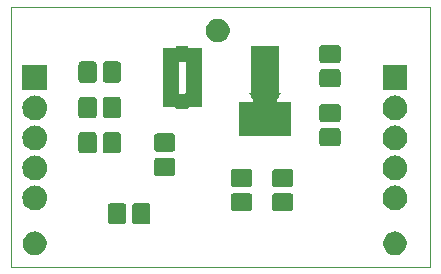
<source format=gbr>
G04 #@! TF.GenerationSoftware,KiCad,Pcbnew,(5.0.1)-3*
G04 #@! TF.CreationDate,2018-11-23T05:02:51-03:00*
G04 #@! TF.ProjectId,MMA7361,4D4D41373336312E6B696361645F7063,1.1*
G04 #@! TF.SameCoordinates,PX6f94740PY4c4b400*
G04 #@! TF.FileFunction,Soldermask,Top*
G04 #@! TF.FilePolarity,Negative*
%FSLAX46Y46*%
G04 Gerber Fmt 4.6, Leading zero omitted, Abs format (unit mm)*
G04 Created by KiCad (PCBNEW (5.0.1)-3) date 23/11/2018 05:02:51*
%MOMM*%
%LPD*%
G01*
G04 APERTURE LIST*
%ADD10C,0.100000*%
G04 APERTURE END LIST*
D10*
X35500000Y0D02*
X0Y0D01*
X35500000Y-22000000D02*
X35500000Y0D01*
X0Y-22000000D02*
X35500000Y-22000000D01*
X0Y0D02*
X0Y-22000000D01*
G36*
X32675770Y-19015372D02*
X32791689Y-19038429D01*
X32973678Y-19113811D01*
X33137463Y-19223249D01*
X33276751Y-19362537D01*
X33386189Y-19526322D01*
X33461571Y-19708311D01*
X33500000Y-19901509D01*
X33500000Y-20098491D01*
X33461571Y-20291689D01*
X33386189Y-20473678D01*
X33276751Y-20637463D01*
X33137463Y-20776751D01*
X32973678Y-20886189D01*
X32791689Y-20961571D01*
X32675770Y-20984628D01*
X32598493Y-21000000D01*
X32401507Y-21000000D01*
X32324230Y-20984628D01*
X32208311Y-20961571D01*
X32026322Y-20886189D01*
X31862537Y-20776751D01*
X31723249Y-20637463D01*
X31613811Y-20473678D01*
X31538429Y-20291689D01*
X31500000Y-20098491D01*
X31500000Y-19901509D01*
X31538429Y-19708311D01*
X31613811Y-19526322D01*
X31723249Y-19362537D01*
X31862537Y-19223249D01*
X32026322Y-19113811D01*
X32208311Y-19038429D01*
X32324230Y-19015372D01*
X32401507Y-19000000D01*
X32598493Y-19000000D01*
X32675770Y-19015372D01*
X32675770Y-19015372D01*
G37*
G36*
X2175770Y-19015372D02*
X2291689Y-19038429D01*
X2473678Y-19113811D01*
X2637463Y-19223249D01*
X2776751Y-19362537D01*
X2886189Y-19526322D01*
X2961571Y-19708311D01*
X3000000Y-19901509D01*
X3000000Y-20098491D01*
X2961571Y-20291689D01*
X2886189Y-20473678D01*
X2776751Y-20637463D01*
X2637463Y-20776751D01*
X2473678Y-20886189D01*
X2291689Y-20961571D01*
X2175770Y-20984628D01*
X2098493Y-21000000D01*
X1901507Y-21000000D01*
X1824230Y-20984628D01*
X1708311Y-20961571D01*
X1526322Y-20886189D01*
X1362537Y-20776751D01*
X1223249Y-20637463D01*
X1113811Y-20473678D01*
X1038429Y-20291689D01*
X1000000Y-20098491D01*
X1000000Y-19901509D01*
X1038429Y-19708311D01*
X1113811Y-19526322D01*
X1223249Y-19362537D01*
X1362537Y-19223249D01*
X1526322Y-19113811D01*
X1708311Y-19038429D01*
X1824230Y-19015372D01*
X1901507Y-19000000D01*
X2098493Y-19000000D01*
X2175770Y-19015372D01*
X2175770Y-19015372D01*
G37*
G36*
X9535530Y-16605710D02*
X9585379Y-16620831D01*
X9631311Y-16645382D01*
X9671574Y-16678426D01*
X9704618Y-16718689D01*
X9729169Y-16764621D01*
X9744290Y-16814470D01*
X9750000Y-16872444D01*
X9750000Y-18127556D01*
X9744290Y-18185530D01*
X9729169Y-18235379D01*
X9704618Y-18281311D01*
X9671574Y-18321574D01*
X9631311Y-18354618D01*
X9585379Y-18379169D01*
X9535530Y-18394290D01*
X9477556Y-18400000D01*
X8472444Y-18400000D01*
X8414470Y-18394290D01*
X8364621Y-18379169D01*
X8318689Y-18354618D01*
X8278426Y-18321574D01*
X8245382Y-18281311D01*
X8220831Y-18235379D01*
X8205710Y-18185530D01*
X8200000Y-18127556D01*
X8200000Y-16872444D01*
X8205710Y-16814470D01*
X8220831Y-16764621D01*
X8245382Y-16718689D01*
X8278426Y-16678426D01*
X8318689Y-16645382D01*
X8364621Y-16620831D01*
X8414470Y-16605710D01*
X8472444Y-16600000D01*
X9477556Y-16600000D01*
X9535530Y-16605710D01*
X9535530Y-16605710D01*
G37*
G36*
X11585530Y-16605710D02*
X11635379Y-16620831D01*
X11681311Y-16645382D01*
X11721574Y-16678426D01*
X11754618Y-16718689D01*
X11779169Y-16764621D01*
X11794290Y-16814470D01*
X11800000Y-16872444D01*
X11800000Y-18127556D01*
X11794290Y-18185530D01*
X11779169Y-18235379D01*
X11754618Y-18281311D01*
X11721574Y-18321574D01*
X11681311Y-18354618D01*
X11635379Y-18379169D01*
X11585530Y-18394290D01*
X11527556Y-18400000D01*
X10522444Y-18400000D01*
X10464470Y-18394290D01*
X10414621Y-18379169D01*
X10368689Y-18354618D01*
X10328426Y-18321574D01*
X10295382Y-18281311D01*
X10270831Y-18235379D01*
X10255710Y-18185530D01*
X10250000Y-18127556D01*
X10250000Y-16872444D01*
X10255710Y-16814470D01*
X10270831Y-16764621D01*
X10295382Y-16718689D01*
X10328426Y-16678426D01*
X10368689Y-16645382D01*
X10414621Y-16620831D01*
X10464470Y-16605710D01*
X10522444Y-16600000D01*
X11527556Y-16600000D01*
X11585530Y-16605710D01*
X11585530Y-16605710D01*
G37*
G36*
X23685530Y-15755710D02*
X23735379Y-15770831D01*
X23781311Y-15795382D01*
X23821574Y-15828426D01*
X23854618Y-15868689D01*
X23879169Y-15914621D01*
X23894290Y-15964470D01*
X23900000Y-16022444D01*
X23900000Y-17027556D01*
X23894290Y-17085530D01*
X23879169Y-17135379D01*
X23854618Y-17181311D01*
X23821574Y-17221574D01*
X23781311Y-17254618D01*
X23735379Y-17279169D01*
X23685530Y-17294290D01*
X23627556Y-17300000D01*
X22372444Y-17300000D01*
X22314470Y-17294290D01*
X22264621Y-17279169D01*
X22218689Y-17254618D01*
X22178426Y-17221574D01*
X22145382Y-17181311D01*
X22120831Y-17135379D01*
X22105710Y-17085530D01*
X22100000Y-17027556D01*
X22100000Y-16022444D01*
X22105710Y-15964470D01*
X22120831Y-15914621D01*
X22145382Y-15868689D01*
X22178426Y-15828426D01*
X22218689Y-15795382D01*
X22264621Y-15770831D01*
X22314470Y-15755710D01*
X22372444Y-15750000D01*
X23627556Y-15750000D01*
X23685530Y-15755710D01*
X23685530Y-15755710D01*
G37*
G36*
X20185530Y-15755710D02*
X20235379Y-15770831D01*
X20281311Y-15795382D01*
X20321574Y-15828426D01*
X20354618Y-15868689D01*
X20379169Y-15914621D01*
X20394290Y-15964470D01*
X20400000Y-16022444D01*
X20400000Y-17027556D01*
X20394290Y-17085530D01*
X20379169Y-17135379D01*
X20354618Y-17181311D01*
X20321574Y-17221574D01*
X20281311Y-17254618D01*
X20235379Y-17279169D01*
X20185530Y-17294290D01*
X20127556Y-17300000D01*
X18872444Y-17300000D01*
X18814470Y-17294290D01*
X18764621Y-17279169D01*
X18718689Y-17254618D01*
X18678426Y-17221574D01*
X18645382Y-17181311D01*
X18620831Y-17135379D01*
X18605710Y-17085530D01*
X18600000Y-17027556D01*
X18600000Y-16022444D01*
X18605710Y-15964470D01*
X18620831Y-15914621D01*
X18645382Y-15868689D01*
X18678426Y-15828426D01*
X18718689Y-15795382D01*
X18764621Y-15770831D01*
X18814470Y-15755710D01*
X18872444Y-15750000D01*
X20127556Y-15750000D01*
X20185530Y-15755710D01*
X20185530Y-15755710D01*
G37*
G36*
X32628707Y-15117597D02*
X32705836Y-15125193D01*
X32837787Y-15165220D01*
X32903763Y-15185233D01*
X33086172Y-15282733D01*
X33246054Y-15413946D01*
X33377267Y-15573828D01*
X33474767Y-15756237D01*
X33474767Y-15756238D01*
X33534807Y-15954164D01*
X33555080Y-16160000D01*
X33534807Y-16365836D01*
X33494780Y-16497787D01*
X33474767Y-16563763D01*
X33377267Y-16746172D01*
X33246054Y-16906054D01*
X33086172Y-17037267D01*
X32903763Y-17134767D01*
X32852731Y-17150247D01*
X32705836Y-17194807D01*
X32639830Y-17201308D01*
X32551580Y-17210000D01*
X32448420Y-17210000D01*
X32360170Y-17201308D01*
X32294164Y-17194807D01*
X32147269Y-17150247D01*
X32096237Y-17134767D01*
X31913828Y-17037267D01*
X31753946Y-16906054D01*
X31622733Y-16746172D01*
X31525233Y-16563763D01*
X31505220Y-16497787D01*
X31465193Y-16365836D01*
X31444920Y-16160000D01*
X31465193Y-15954164D01*
X31525233Y-15756238D01*
X31525233Y-15756237D01*
X31622733Y-15573828D01*
X31753946Y-15413946D01*
X31913828Y-15282733D01*
X32096237Y-15185233D01*
X32162213Y-15165220D01*
X32294164Y-15125193D01*
X32371293Y-15117597D01*
X32448420Y-15110000D01*
X32551580Y-15110000D01*
X32628707Y-15117597D01*
X32628707Y-15117597D01*
G37*
G36*
X2128707Y-15117597D02*
X2205836Y-15125193D01*
X2337787Y-15165220D01*
X2403763Y-15185233D01*
X2586172Y-15282733D01*
X2746054Y-15413946D01*
X2877267Y-15573828D01*
X2974767Y-15756237D01*
X2974767Y-15756238D01*
X3034807Y-15954164D01*
X3055080Y-16160000D01*
X3034807Y-16365836D01*
X2994780Y-16497787D01*
X2974767Y-16563763D01*
X2877267Y-16746172D01*
X2746054Y-16906054D01*
X2586172Y-17037267D01*
X2403763Y-17134767D01*
X2352731Y-17150247D01*
X2205836Y-17194807D01*
X2139830Y-17201308D01*
X2051580Y-17210000D01*
X1948420Y-17210000D01*
X1860170Y-17201308D01*
X1794164Y-17194807D01*
X1647269Y-17150247D01*
X1596237Y-17134767D01*
X1413828Y-17037267D01*
X1253946Y-16906054D01*
X1122733Y-16746172D01*
X1025233Y-16563763D01*
X1005220Y-16497787D01*
X965193Y-16365836D01*
X944920Y-16160000D01*
X965193Y-15954164D01*
X1025233Y-15756238D01*
X1025233Y-15756237D01*
X1122733Y-15573828D01*
X1253946Y-15413946D01*
X1413828Y-15282733D01*
X1596237Y-15185233D01*
X1662213Y-15165220D01*
X1794164Y-15125193D01*
X1871293Y-15117597D01*
X1948420Y-15110000D01*
X2051580Y-15110000D01*
X2128707Y-15117597D01*
X2128707Y-15117597D01*
G37*
G36*
X20185530Y-13705710D02*
X20235379Y-13720831D01*
X20281311Y-13745382D01*
X20321574Y-13778426D01*
X20354618Y-13818689D01*
X20379169Y-13864621D01*
X20394290Y-13914470D01*
X20400000Y-13972444D01*
X20400000Y-14977556D01*
X20394290Y-15035530D01*
X20379169Y-15085379D01*
X20354618Y-15131311D01*
X20321574Y-15171574D01*
X20281311Y-15204618D01*
X20235379Y-15229169D01*
X20185530Y-15244290D01*
X20127556Y-15250000D01*
X18872444Y-15250000D01*
X18814470Y-15244290D01*
X18764621Y-15229169D01*
X18718689Y-15204618D01*
X18678426Y-15171574D01*
X18645382Y-15131311D01*
X18620831Y-15085379D01*
X18605710Y-15035530D01*
X18600000Y-14977556D01*
X18600000Y-13972444D01*
X18605710Y-13914470D01*
X18620831Y-13864621D01*
X18645382Y-13818689D01*
X18678426Y-13778426D01*
X18718689Y-13745382D01*
X18764621Y-13720831D01*
X18814470Y-13705710D01*
X18872444Y-13700000D01*
X20127556Y-13700000D01*
X20185530Y-13705710D01*
X20185530Y-13705710D01*
G37*
G36*
X23685530Y-13705710D02*
X23735379Y-13720831D01*
X23781311Y-13745382D01*
X23821574Y-13778426D01*
X23854618Y-13818689D01*
X23879169Y-13864621D01*
X23894290Y-13914470D01*
X23900000Y-13972444D01*
X23900000Y-14977556D01*
X23894290Y-15035530D01*
X23879169Y-15085379D01*
X23854618Y-15131311D01*
X23821574Y-15171574D01*
X23781311Y-15204618D01*
X23735379Y-15229169D01*
X23685530Y-15244290D01*
X23627556Y-15250000D01*
X22372444Y-15250000D01*
X22314470Y-15244290D01*
X22264621Y-15229169D01*
X22218689Y-15204618D01*
X22178426Y-15171574D01*
X22145382Y-15131311D01*
X22120831Y-15085379D01*
X22105710Y-15035530D01*
X22100000Y-14977556D01*
X22100000Y-13972444D01*
X22105710Y-13914470D01*
X22120831Y-13864621D01*
X22145382Y-13818689D01*
X22178426Y-13778426D01*
X22218689Y-13745382D01*
X22264621Y-13720831D01*
X22314470Y-13705710D01*
X22372444Y-13700000D01*
X23627556Y-13700000D01*
X23685530Y-13705710D01*
X23685530Y-13705710D01*
G37*
G36*
X32628707Y-12577596D02*
X32705836Y-12585193D01*
X32837787Y-12625220D01*
X32903763Y-12645233D01*
X33086172Y-12742733D01*
X33246054Y-12873946D01*
X33377267Y-13033828D01*
X33474767Y-13216237D01*
X33474767Y-13216238D01*
X33534807Y-13414164D01*
X33555080Y-13620000D01*
X33534807Y-13825836D01*
X33509880Y-13908009D01*
X33474767Y-14023763D01*
X33377267Y-14206172D01*
X33246054Y-14366054D01*
X33086172Y-14497267D01*
X32903763Y-14594767D01*
X32837787Y-14614780D01*
X32705836Y-14654807D01*
X32628707Y-14662404D01*
X32551580Y-14670000D01*
X32448420Y-14670000D01*
X32371293Y-14662403D01*
X32294164Y-14654807D01*
X32162213Y-14614780D01*
X32096237Y-14594767D01*
X31913828Y-14497267D01*
X31753946Y-14366054D01*
X31622733Y-14206172D01*
X31525233Y-14023763D01*
X31490120Y-13908009D01*
X31465193Y-13825836D01*
X31444920Y-13620000D01*
X31465193Y-13414164D01*
X31525233Y-13216238D01*
X31525233Y-13216237D01*
X31622733Y-13033828D01*
X31753946Y-12873946D01*
X31913828Y-12742733D01*
X32096237Y-12645233D01*
X32162213Y-12625220D01*
X32294164Y-12585193D01*
X32371293Y-12577597D01*
X32448420Y-12570000D01*
X32551580Y-12570000D01*
X32628707Y-12577596D01*
X32628707Y-12577596D01*
G37*
G36*
X2128707Y-12577596D02*
X2205836Y-12585193D01*
X2337787Y-12625220D01*
X2403763Y-12645233D01*
X2586172Y-12742733D01*
X2746054Y-12873946D01*
X2877267Y-13033828D01*
X2974767Y-13216237D01*
X2974767Y-13216238D01*
X3034807Y-13414164D01*
X3055080Y-13620000D01*
X3034807Y-13825836D01*
X3009880Y-13908009D01*
X2974767Y-14023763D01*
X2877267Y-14206172D01*
X2746054Y-14366054D01*
X2586172Y-14497267D01*
X2403763Y-14594767D01*
X2337787Y-14614780D01*
X2205836Y-14654807D01*
X2128707Y-14662404D01*
X2051580Y-14670000D01*
X1948420Y-14670000D01*
X1871293Y-14662403D01*
X1794164Y-14654807D01*
X1662213Y-14614780D01*
X1596237Y-14594767D01*
X1413828Y-14497267D01*
X1253946Y-14366054D01*
X1122733Y-14206172D01*
X1025233Y-14023763D01*
X990120Y-13908009D01*
X965193Y-13825836D01*
X944920Y-13620000D01*
X965193Y-13414164D01*
X1025233Y-13216238D01*
X1025233Y-13216237D01*
X1122733Y-13033828D01*
X1253946Y-12873946D01*
X1413828Y-12742733D01*
X1596237Y-12645233D01*
X1662213Y-12625220D01*
X1794164Y-12585193D01*
X1871293Y-12577596D01*
X1948420Y-12570000D01*
X2051580Y-12570000D01*
X2128707Y-12577596D01*
X2128707Y-12577596D01*
G37*
G36*
X13685530Y-12755710D02*
X13735379Y-12770831D01*
X13781311Y-12795382D01*
X13821574Y-12828426D01*
X13854618Y-12868689D01*
X13879169Y-12914621D01*
X13894290Y-12964470D01*
X13900000Y-13022444D01*
X13900000Y-14027556D01*
X13894290Y-14085530D01*
X13879169Y-14135379D01*
X13854618Y-14181311D01*
X13821574Y-14221574D01*
X13781311Y-14254618D01*
X13735379Y-14279169D01*
X13685530Y-14294290D01*
X13627556Y-14300000D01*
X12372444Y-14300000D01*
X12314470Y-14294290D01*
X12264621Y-14279169D01*
X12218689Y-14254618D01*
X12178426Y-14221574D01*
X12145382Y-14181311D01*
X12120831Y-14135379D01*
X12105710Y-14085530D01*
X12100000Y-14027556D01*
X12100000Y-13022444D01*
X12105710Y-12964470D01*
X12120831Y-12914621D01*
X12145382Y-12868689D01*
X12178426Y-12828426D01*
X12218689Y-12795382D01*
X12264621Y-12770831D01*
X12314470Y-12755710D01*
X12372444Y-12750000D01*
X13627556Y-12750000D01*
X13685530Y-12755710D01*
X13685530Y-12755710D01*
G37*
G36*
X7035530Y-10605710D02*
X7085379Y-10620831D01*
X7131311Y-10645382D01*
X7171574Y-10678426D01*
X7204618Y-10718689D01*
X7229169Y-10764621D01*
X7244290Y-10814470D01*
X7250000Y-10872444D01*
X7250000Y-12127556D01*
X7244290Y-12185530D01*
X7229169Y-12235379D01*
X7204618Y-12281311D01*
X7171574Y-12321574D01*
X7131311Y-12354618D01*
X7085379Y-12379169D01*
X7035530Y-12394290D01*
X6977556Y-12400000D01*
X5972444Y-12400000D01*
X5914470Y-12394290D01*
X5864621Y-12379169D01*
X5818689Y-12354618D01*
X5778426Y-12321574D01*
X5745382Y-12281311D01*
X5720831Y-12235379D01*
X5705710Y-12185530D01*
X5700000Y-12127556D01*
X5700000Y-10872444D01*
X5705710Y-10814470D01*
X5720831Y-10764621D01*
X5745382Y-10718689D01*
X5778426Y-10678426D01*
X5818689Y-10645382D01*
X5864621Y-10620831D01*
X5914470Y-10605710D01*
X5972444Y-10600000D01*
X6977556Y-10600000D01*
X7035530Y-10605710D01*
X7035530Y-10605710D01*
G37*
G36*
X9085530Y-10605710D02*
X9135379Y-10620831D01*
X9181311Y-10645382D01*
X9221574Y-10678426D01*
X9254618Y-10718689D01*
X9279169Y-10764621D01*
X9294290Y-10814470D01*
X9300000Y-10872444D01*
X9300000Y-12127556D01*
X9294290Y-12185530D01*
X9279169Y-12235379D01*
X9254618Y-12281311D01*
X9221574Y-12321574D01*
X9181311Y-12354618D01*
X9135379Y-12379169D01*
X9085530Y-12394290D01*
X9027556Y-12400000D01*
X8022444Y-12400000D01*
X7964470Y-12394290D01*
X7914621Y-12379169D01*
X7868689Y-12354618D01*
X7828426Y-12321574D01*
X7795382Y-12281311D01*
X7770831Y-12235379D01*
X7755710Y-12185530D01*
X7750000Y-12127556D01*
X7750000Y-10872444D01*
X7755710Y-10814470D01*
X7770831Y-10764621D01*
X7795382Y-10718689D01*
X7828426Y-10678426D01*
X7868689Y-10645382D01*
X7914621Y-10620831D01*
X7964470Y-10605710D01*
X8022444Y-10600000D01*
X9027556Y-10600000D01*
X9085530Y-10605710D01*
X9085530Y-10605710D01*
G37*
G36*
X13685530Y-10705710D02*
X13735379Y-10720831D01*
X13781311Y-10745382D01*
X13821574Y-10778426D01*
X13854618Y-10818689D01*
X13879169Y-10864621D01*
X13894290Y-10914470D01*
X13900000Y-10972444D01*
X13900000Y-11977556D01*
X13894290Y-12035530D01*
X13879169Y-12085379D01*
X13854618Y-12131311D01*
X13821574Y-12171574D01*
X13781311Y-12204618D01*
X13735379Y-12229169D01*
X13685530Y-12244290D01*
X13627556Y-12250000D01*
X12372444Y-12250000D01*
X12314470Y-12244290D01*
X12264621Y-12229169D01*
X12218689Y-12204618D01*
X12178426Y-12171574D01*
X12145382Y-12131311D01*
X12120831Y-12085379D01*
X12105710Y-12035530D01*
X12100000Y-11977556D01*
X12100000Y-10972444D01*
X12105710Y-10914470D01*
X12120831Y-10864621D01*
X12145382Y-10818689D01*
X12178426Y-10778426D01*
X12218689Y-10745382D01*
X12264621Y-10720831D01*
X12314470Y-10705710D01*
X12372444Y-10700000D01*
X13627556Y-10700000D01*
X13685530Y-10705710D01*
X13685530Y-10705710D01*
G37*
G36*
X2128707Y-10037597D02*
X2205836Y-10045193D01*
X2337787Y-10085220D01*
X2403763Y-10105233D01*
X2586172Y-10202733D01*
X2746054Y-10333946D01*
X2877267Y-10493828D01*
X2974767Y-10676237D01*
X2981975Y-10700000D01*
X3034807Y-10874164D01*
X3055080Y-11080000D01*
X3034807Y-11285836D01*
X2994780Y-11417787D01*
X2974767Y-11483763D01*
X2877267Y-11666172D01*
X2746054Y-11826054D01*
X2586172Y-11957267D01*
X2403763Y-12054767D01*
X2337787Y-12074780D01*
X2205836Y-12114807D01*
X2128707Y-12122404D01*
X2051580Y-12130000D01*
X1948420Y-12130000D01*
X1871293Y-12122404D01*
X1794164Y-12114807D01*
X1662213Y-12074780D01*
X1596237Y-12054767D01*
X1413828Y-11957267D01*
X1253946Y-11826054D01*
X1122733Y-11666172D01*
X1025233Y-11483763D01*
X1005220Y-11417787D01*
X965193Y-11285836D01*
X944920Y-11080000D01*
X965193Y-10874164D01*
X1018025Y-10700000D01*
X1025233Y-10676237D01*
X1122733Y-10493828D01*
X1253946Y-10333946D01*
X1413828Y-10202733D01*
X1596237Y-10105233D01*
X1662213Y-10085220D01*
X1794164Y-10045193D01*
X1871293Y-10037597D01*
X1948420Y-10030000D01*
X2051580Y-10030000D01*
X2128707Y-10037597D01*
X2128707Y-10037597D01*
G37*
G36*
X32628707Y-10037597D02*
X32705836Y-10045193D01*
X32837787Y-10085220D01*
X32903763Y-10105233D01*
X33086172Y-10202733D01*
X33246054Y-10333946D01*
X33377267Y-10493828D01*
X33474767Y-10676237D01*
X33481975Y-10700000D01*
X33534807Y-10874164D01*
X33555080Y-11080000D01*
X33534807Y-11285836D01*
X33494780Y-11417787D01*
X33474767Y-11483763D01*
X33377267Y-11666172D01*
X33246054Y-11826054D01*
X33086172Y-11957267D01*
X32903763Y-12054767D01*
X32837787Y-12074780D01*
X32705836Y-12114807D01*
X32628707Y-12122403D01*
X32551580Y-12130000D01*
X32448420Y-12130000D01*
X32371293Y-12122404D01*
X32294164Y-12114807D01*
X32162213Y-12074780D01*
X32096237Y-12054767D01*
X31913828Y-11957267D01*
X31753946Y-11826054D01*
X31622733Y-11666172D01*
X31525233Y-11483763D01*
X31505220Y-11417787D01*
X31465193Y-11285836D01*
X31444920Y-11080000D01*
X31465193Y-10874164D01*
X31518025Y-10700000D01*
X31525233Y-10676237D01*
X31622733Y-10493828D01*
X31753946Y-10333946D01*
X31913828Y-10202733D01*
X32096237Y-10105233D01*
X32162213Y-10085220D01*
X32294164Y-10045193D01*
X32371293Y-10037597D01*
X32448420Y-10030000D01*
X32551580Y-10030000D01*
X32628707Y-10037597D01*
X32628707Y-10037597D01*
G37*
G36*
X27685530Y-10255710D02*
X27735379Y-10270831D01*
X27781311Y-10295382D01*
X27821574Y-10328426D01*
X27854618Y-10368689D01*
X27879169Y-10414621D01*
X27894290Y-10464470D01*
X27900000Y-10522444D01*
X27900000Y-11527556D01*
X27894290Y-11585530D01*
X27879169Y-11635379D01*
X27854618Y-11681311D01*
X27821574Y-11721574D01*
X27781311Y-11754618D01*
X27735379Y-11779169D01*
X27685530Y-11794290D01*
X27627556Y-11800000D01*
X26372444Y-11800000D01*
X26314470Y-11794290D01*
X26264621Y-11779169D01*
X26218689Y-11754618D01*
X26178426Y-11721574D01*
X26145382Y-11681311D01*
X26120831Y-11635379D01*
X26105710Y-11585530D01*
X26100000Y-11527556D01*
X26100000Y-10522444D01*
X26105710Y-10464470D01*
X26120831Y-10414621D01*
X26145382Y-10368689D01*
X26178426Y-10328426D01*
X26218689Y-10295382D01*
X26264621Y-10270831D01*
X26314470Y-10255710D01*
X26372444Y-10250000D01*
X27627556Y-10250000D01*
X27685530Y-10255710D01*
X27685530Y-10255710D01*
G37*
G36*
X22700000Y-7170000D02*
X22702402Y-7194386D01*
X22709515Y-7217835D01*
X22721066Y-7239446D01*
X22736612Y-7258388D01*
X22755554Y-7273934D01*
X22777165Y-7285485D01*
X22800614Y-7292598D01*
X22825000Y-7295000D01*
X22873703Y-7295000D01*
X22720994Y-7524064D01*
X22709465Y-7545687D01*
X22702376Y-7569144D01*
X22700000Y-7593402D01*
X22700000Y-7720000D01*
X22657268Y-7720000D01*
X22632882Y-7722402D01*
X22609433Y-7729515D01*
X22587822Y-7741066D01*
X22568880Y-7756612D01*
X22553262Y-7775662D01*
X22513262Y-7835662D01*
X22501733Y-7857285D01*
X22494644Y-7880742D01*
X22492268Y-7905131D01*
X22494695Y-7929515D01*
X22501833Y-7952956D01*
X22513407Y-7974555D01*
X22528972Y-7993481D01*
X22547930Y-8009006D01*
X22569553Y-8020535D01*
X22593010Y-8027624D01*
X22617268Y-8030000D01*
X23700000Y-8030000D01*
X23700000Y-10930000D01*
X19300000Y-10930000D01*
X19300000Y-8030000D01*
X20382732Y-8030000D01*
X20407118Y-8027598D01*
X20430567Y-8020485D01*
X20452178Y-8008934D01*
X20471120Y-7993388D01*
X20486666Y-7974446D01*
X20498217Y-7952835D01*
X20505330Y-7929386D01*
X20507732Y-7905000D01*
X20505330Y-7880614D01*
X20498217Y-7857165D01*
X20486738Y-7835662D01*
X20446738Y-7775662D01*
X20431213Y-7756704D01*
X20412287Y-7741139D01*
X20390688Y-7729565D01*
X20367247Y-7722427D01*
X20342732Y-7720000D01*
X20300000Y-7720000D01*
X20300000Y-7593402D01*
X20297598Y-7569016D01*
X20290485Y-7545567D01*
X20279006Y-7524064D01*
X20126297Y-7295000D01*
X20175000Y-7295000D01*
X20199386Y-7292598D01*
X20222835Y-7285485D01*
X20244446Y-7273934D01*
X20263388Y-7258388D01*
X20278934Y-7239446D01*
X20290485Y-7217835D01*
X20297598Y-7194386D01*
X20300000Y-7170000D01*
X20300000Y-3320000D01*
X22700000Y-3320000D01*
X22700000Y-7170000D01*
X22700000Y-7170000D01*
G37*
G36*
X27685530Y-8205710D02*
X27735379Y-8220831D01*
X27781311Y-8245382D01*
X27821574Y-8278426D01*
X27854618Y-8318689D01*
X27879169Y-8364621D01*
X27894290Y-8414470D01*
X27900000Y-8472444D01*
X27900000Y-9477556D01*
X27894290Y-9535530D01*
X27879169Y-9585379D01*
X27854618Y-9631311D01*
X27821574Y-9671574D01*
X27781311Y-9704618D01*
X27735379Y-9729169D01*
X27685530Y-9744290D01*
X27627556Y-9750000D01*
X26372444Y-9750000D01*
X26314470Y-9744290D01*
X26264621Y-9729169D01*
X26218689Y-9704618D01*
X26178426Y-9671574D01*
X26145382Y-9631311D01*
X26120831Y-9585379D01*
X26105710Y-9535530D01*
X26100000Y-9477556D01*
X26100000Y-8472444D01*
X26105710Y-8414470D01*
X26120831Y-8364621D01*
X26145382Y-8318689D01*
X26178426Y-8278426D01*
X26218689Y-8245382D01*
X26264621Y-8220831D01*
X26314470Y-8205710D01*
X26372444Y-8200000D01*
X27627556Y-8200000D01*
X27685530Y-8205710D01*
X27685530Y-8205710D01*
G37*
G36*
X32628707Y-7497597D02*
X32705836Y-7505193D01*
X32837787Y-7545220D01*
X32903763Y-7565233D01*
X33086172Y-7662733D01*
X33246054Y-7793946D01*
X33377267Y-7953828D01*
X33474767Y-8136237D01*
X33474767Y-8136238D01*
X33534807Y-8334164D01*
X33555080Y-8540000D01*
X33534807Y-8745836D01*
X33494780Y-8877787D01*
X33474767Y-8943763D01*
X33377267Y-9126172D01*
X33246054Y-9286054D01*
X33086172Y-9417267D01*
X32903763Y-9514767D01*
X32837787Y-9534780D01*
X32705836Y-9574807D01*
X32628707Y-9582403D01*
X32551580Y-9590000D01*
X32448420Y-9590000D01*
X32371293Y-9582403D01*
X32294164Y-9574807D01*
X32162213Y-9534780D01*
X32096237Y-9514767D01*
X31913828Y-9417267D01*
X31753946Y-9286054D01*
X31622733Y-9126172D01*
X31525233Y-8943763D01*
X31505220Y-8877787D01*
X31465193Y-8745836D01*
X31444920Y-8540000D01*
X31465193Y-8334164D01*
X31525233Y-8136238D01*
X31525233Y-8136237D01*
X31622733Y-7953828D01*
X31753946Y-7793946D01*
X31913828Y-7662733D01*
X32096237Y-7565233D01*
X32162213Y-7545220D01*
X32294164Y-7505193D01*
X32371293Y-7497597D01*
X32448420Y-7490000D01*
X32551580Y-7490000D01*
X32628707Y-7497597D01*
X32628707Y-7497597D01*
G37*
G36*
X2128707Y-7497597D02*
X2205836Y-7505193D01*
X2337787Y-7545220D01*
X2403763Y-7565233D01*
X2586172Y-7662733D01*
X2746054Y-7793946D01*
X2877267Y-7953828D01*
X2974767Y-8136237D01*
X2974767Y-8136238D01*
X3034807Y-8334164D01*
X3055080Y-8540000D01*
X3034807Y-8745836D01*
X2994780Y-8877787D01*
X2974767Y-8943763D01*
X2877267Y-9126172D01*
X2746054Y-9286054D01*
X2586172Y-9417267D01*
X2403763Y-9514767D01*
X2337787Y-9534780D01*
X2205836Y-9574807D01*
X2128707Y-9582403D01*
X2051580Y-9590000D01*
X1948420Y-9590000D01*
X1871293Y-9582403D01*
X1794164Y-9574807D01*
X1662213Y-9534780D01*
X1596237Y-9514767D01*
X1413828Y-9417267D01*
X1253946Y-9286054D01*
X1122733Y-9126172D01*
X1025233Y-8943763D01*
X1005220Y-8877787D01*
X965193Y-8745836D01*
X944920Y-8540000D01*
X965193Y-8334164D01*
X1025233Y-8136238D01*
X1025233Y-8136237D01*
X1122733Y-7953828D01*
X1253946Y-7793946D01*
X1413828Y-7662733D01*
X1596237Y-7565233D01*
X1662213Y-7545220D01*
X1794164Y-7505193D01*
X1871293Y-7497597D01*
X1948420Y-7490000D01*
X2051580Y-7490000D01*
X2128707Y-7497597D01*
X2128707Y-7497597D01*
G37*
G36*
X9085530Y-7605710D02*
X9135379Y-7620831D01*
X9181311Y-7645382D01*
X9221574Y-7678426D01*
X9254618Y-7718689D01*
X9279169Y-7764621D01*
X9294290Y-7814470D01*
X9300000Y-7872444D01*
X9300000Y-9127556D01*
X9294290Y-9185530D01*
X9279169Y-9235379D01*
X9254618Y-9281311D01*
X9221574Y-9321574D01*
X9181311Y-9354618D01*
X9135379Y-9379169D01*
X9085530Y-9394290D01*
X9027556Y-9400000D01*
X8022444Y-9400000D01*
X7964470Y-9394290D01*
X7914621Y-9379169D01*
X7868689Y-9354618D01*
X7828426Y-9321574D01*
X7795382Y-9281311D01*
X7770831Y-9235379D01*
X7755710Y-9185530D01*
X7750000Y-9127556D01*
X7750000Y-7872444D01*
X7755710Y-7814470D01*
X7770831Y-7764621D01*
X7795382Y-7718689D01*
X7828426Y-7678426D01*
X7868689Y-7645382D01*
X7914621Y-7620831D01*
X7964470Y-7605710D01*
X8022444Y-7600000D01*
X9027556Y-7600000D01*
X9085530Y-7605710D01*
X9085530Y-7605710D01*
G37*
G36*
X7035530Y-7605710D02*
X7085379Y-7620831D01*
X7131311Y-7645382D01*
X7171574Y-7678426D01*
X7204618Y-7718689D01*
X7229169Y-7764621D01*
X7244290Y-7814470D01*
X7250000Y-7872444D01*
X7250000Y-9127556D01*
X7244290Y-9185530D01*
X7229169Y-9235379D01*
X7204618Y-9281311D01*
X7171574Y-9321574D01*
X7131311Y-9354618D01*
X7085379Y-9379169D01*
X7035530Y-9394290D01*
X6977556Y-9400000D01*
X5972444Y-9400000D01*
X5914470Y-9394290D01*
X5864621Y-9379169D01*
X5818689Y-9354618D01*
X5778426Y-9321574D01*
X5745382Y-9281311D01*
X5720831Y-9235379D01*
X5705710Y-9185530D01*
X5700000Y-9127556D01*
X5700000Y-7872444D01*
X5705710Y-7814470D01*
X5720831Y-7764621D01*
X5745382Y-7718689D01*
X5778426Y-7678426D01*
X5818689Y-7645382D01*
X5864621Y-7620831D01*
X5914470Y-7605710D01*
X5972444Y-7600000D01*
X6977556Y-7600000D01*
X7035530Y-7605710D01*
X7035530Y-7605710D01*
G37*
G36*
X15000000Y-3375000D02*
X15002402Y-3399386D01*
X15009515Y-3422835D01*
X15021066Y-3444446D01*
X15036612Y-3463388D01*
X15055554Y-3478934D01*
X15077165Y-3490485D01*
X15100614Y-3497598D01*
X15125000Y-3500000D01*
X16175000Y-3500000D01*
X16175000Y-8500000D01*
X15125000Y-8500000D01*
X15100614Y-8502402D01*
X15077165Y-8509515D01*
X15055554Y-8521066D01*
X15036612Y-8536612D01*
X15021066Y-8555554D01*
X15009515Y-8577165D01*
X15002402Y-8600614D01*
X15000000Y-8625000D01*
X15000000Y-8675000D01*
X14000000Y-8675000D01*
X14000000Y-8625000D01*
X13997598Y-8600614D01*
X13990485Y-8577165D01*
X13978934Y-8555554D01*
X13963388Y-8536612D01*
X13944446Y-8521066D01*
X13922835Y-8509515D01*
X13899386Y-8502402D01*
X13875000Y-8500000D01*
X12825000Y-8500000D01*
X12825000Y-4800000D01*
X14175000Y-4800000D01*
X14175000Y-7200000D01*
X14177402Y-7224386D01*
X14184515Y-7247835D01*
X14196066Y-7269446D01*
X14211612Y-7288388D01*
X14230554Y-7303934D01*
X14252165Y-7315485D01*
X14275614Y-7322598D01*
X14300000Y-7325000D01*
X14700000Y-7325000D01*
X14724386Y-7322598D01*
X14747835Y-7315485D01*
X14769446Y-7303934D01*
X14788388Y-7288388D01*
X14803934Y-7269446D01*
X14815485Y-7247835D01*
X14822598Y-7224386D01*
X14825000Y-7200000D01*
X14825000Y-4800000D01*
X14822598Y-4775614D01*
X14815485Y-4752165D01*
X14803934Y-4730554D01*
X14788388Y-4711612D01*
X14769446Y-4696066D01*
X14747835Y-4684515D01*
X14724386Y-4677402D01*
X14700000Y-4675000D01*
X14300000Y-4675000D01*
X14275614Y-4677402D01*
X14252165Y-4684515D01*
X14230554Y-4696066D01*
X14211612Y-4711612D01*
X14196066Y-4730554D01*
X14184515Y-4752165D01*
X14177402Y-4775614D01*
X14175000Y-4800000D01*
X12825000Y-4800000D01*
X12825000Y-3500000D01*
X13875000Y-3500000D01*
X13899386Y-3497598D01*
X13922835Y-3490485D01*
X13944446Y-3478934D01*
X13963388Y-3463388D01*
X13978934Y-3444446D01*
X13990485Y-3422835D01*
X13997598Y-3399386D01*
X14000000Y-3375000D01*
X14000000Y-3325000D01*
X15000000Y-3325000D01*
X15000000Y-3375000D01*
X15000000Y-3375000D01*
G37*
G36*
X33550000Y-7050000D02*
X31450000Y-7050000D01*
X31450000Y-4950000D01*
X33550000Y-4950000D01*
X33550000Y-7050000D01*
X33550000Y-7050000D01*
G37*
G36*
X3050000Y-7050000D02*
X950000Y-7050000D01*
X950000Y-4950000D01*
X3050000Y-4950000D01*
X3050000Y-7050000D01*
X3050000Y-7050000D01*
G37*
G36*
X27685530Y-5255710D02*
X27735379Y-5270831D01*
X27781311Y-5295382D01*
X27821574Y-5328426D01*
X27854618Y-5368689D01*
X27879169Y-5414621D01*
X27894290Y-5464470D01*
X27900000Y-5522444D01*
X27900000Y-6527556D01*
X27894290Y-6585530D01*
X27879169Y-6635379D01*
X27854618Y-6681311D01*
X27821574Y-6721574D01*
X27781311Y-6754618D01*
X27735379Y-6779169D01*
X27685530Y-6794290D01*
X27627556Y-6800000D01*
X26372444Y-6800000D01*
X26314470Y-6794290D01*
X26264621Y-6779169D01*
X26218689Y-6754618D01*
X26178426Y-6721574D01*
X26145382Y-6681311D01*
X26120831Y-6635379D01*
X26105710Y-6585530D01*
X26100000Y-6527556D01*
X26100000Y-5522444D01*
X26105710Y-5464470D01*
X26120831Y-5414621D01*
X26145382Y-5368689D01*
X26178426Y-5328426D01*
X26218689Y-5295382D01*
X26264621Y-5270831D01*
X26314470Y-5255710D01*
X26372444Y-5250000D01*
X27627556Y-5250000D01*
X27685530Y-5255710D01*
X27685530Y-5255710D01*
G37*
G36*
X7035530Y-4605710D02*
X7085379Y-4620831D01*
X7131311Y-4645382D01*
X7171574Y-4678426D01*
X7204618Y-4718689D01*
X7229169Y-4764621D01*
X7244290Y-4814470D01*
X7250000Y-4872444D01*
X7250000Y-6127556D01*
X7244290Y-6185530D01*
X7229169Y-6235379D01*
X7204618Y-6281311D01*
X7171574Y-6321574D01*
X7131311Y-6354618D01*
X7085379Y-6379169D01*
X7035530Y-6394290D01*
X6977556Y-6400000D01*
X5972444Y-6400000D01*
X5914470Y-6394290D01*
X5864621Y-6379169D01*
X5818689Y-6354618D01*
X5778426Y-6321574D01*
X5745382Y-6281311D01*
X5720831Y-6235379D01*
X5705710Y-6185530D01*
X5700000Y-6127556D01*
X5700000Y-4872444D01*
X5705710Y-4814470D01*
X5720831Y-4764621D01*
X5745382Y-4718689D01*
X5778426Y-4678426D01*
X5818689Y-4645382D01*
X5864621Y-4620831D01*
X5914470Y-4605710D01*
X5972444Y-4600000D01*
X6977556Y-4600000D01*
X7035530Y-4605710D01*
X7035530Y-4605710D01*
G37*
G36*
X9085530Y-4605710D02*
X9135379Y-4620831D01*
X9181311Y-4645382D01*
X9221574Y-4678426D01*
X9254618Y-4718689D01*
X9279169Y-4764621D01*
X9294290Y-4814470D01*
X9300000Y-4872444D01*
X9300000Y-6127556D01*
X9294290Y-6185530D01*
X9279169Y-6235379D01*
X9254618Y-6281311D01*
X9221574Y-6321574D01*
X9181311Y-6354618D01*
X9135379Y-6379169D01*
X9085530Y-6394290D01*
X9027556Y-6400000D01*
X8022444Y-6400000D01*
X7964470Y-6394290D01*
X7914621Y-6379169D01*
X7868689Y-6354618D01*
X7828426Y-6321574D01*
X7795382Y-6281311D01*
X7770831Y-6235379D01*
X7755710Y-6185530D01*
X7750000Y-6127556D01*
X7750000Y-4872444D01*
X7755710Y-4814470D01*
X7770831Y-4764621D01*
X7795382Y-4718689D01*
X7828426Y-4678426D01*
X7868689Y-4645382D01*
X7914621Y-4620831D01*
X7964470Y-4605710D01*
X8022444Y-4600000D01*
X9027556Y-4600000D01*
X9085530Y-4605710D01*
X9085530Y-4605710D01*
G37*
G36*
X27685530Y-3205710D02*
X27735379Y-3220831D01*
X27781311Y-3245382D01*
X27821574Y-3278426D01*
X27854618Y-3318689D01*
X27879169Y-3364621D01*
X27894290Y-3414470D01*
X27900000Y-3472444D01*
X27900000Y-4477556D01*
X27894290Y-4535530D01*
X27879169Y-4585379D01*
X27854618Y-4631311D01*
X27821574Y-4671574D01*
X27781311Y-4704618D01*
X27735379Y-4729169D01*
X27685530Y-4744290D01*
X27627556Y-4750000D01*
X26372444Y-4750000D01*
X26314470Y-4744290D01*
X26264621Y-4729169D01*
X26218689Y-4704618D01*
X26178426Y-4671574D01*
X26145382Y-4631311D01*
X26120831Y-4585379D01*
X26105710Y-4535530D01*
X26100000Y-4477556D01*
X26100000Y-3472444D01*
X26105710Y-3414470D01*
X26120831Y-3364621D01*
X26145382Y-3318689D01*
X26178426Y-3278426D01*
X26218689Y-3245382D01*
X26264621Y-3220831D01*
X26314470Y-3205710D01*
X26372444Y-3200000D01*
X27627556Y-3200000D01*
X27685530Y-3205710D01*
X27685530Y-3205710D01*
G37*
G36*
X17675770Y-1015372D02*
X17791689Y-1038429D01*
X17973678Y-1113811D01*
X18137463Y-1223249D01*
X18276751Y-1362537D01*
X18386189Y-1526322D01*
X18461571Y-1708311D01*
X18500000Y-1901509D01*
X18500000Y-2098491D01*
X18461571Y-2291689D01*
X18386189Y-2473678D01*
X18276751Y-2637463D01*
X18137463Y-2776751D01*
X17973678Y-2886189D01*
X17791689Y-2961571D01*
X17675770Y-2984628D01*
X17598493Y-3000000D01*
X17401507Y-3000000D01*
X17324230Y-2984628D01*
X17208311Y-2961571D01*
X17026322Y-2886189D01*
X16862537Y-2776751D01*
X16723249Y-2637463D01*
X16613811Y-2473678D01*
X16538429Y-2291689D01*
X16500000Y-2098491D01*
X16500000Y-1901509D01*
X16538429Y-1708311D01*
X16613811Y-1526322D01*
X16723249Y-1362537D01*
X16862537Y-1223249D01*
X17026322Y-1113811D01*
X17208311Y-1038429D01*
X17324230Y-1015372D01*
X17401507Y-1000000D01*
X17598493Y-1000000D01*
X17675770Y-1015372D01*
X17675770Y-1015372D01*
G37*
M02*

</source>
